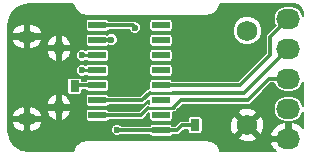
<source format=gbl>
G04 #@! TF.FileFunction,Copper,L2,Bot,Signal*
%FSLAX46Y46*%
G04 Gerber Fmt 4.6, Leading zero omitted, Abs format (unit mm)*
G04 Created by KiCad (PCBNEW 4.0.2+dfsg1-stable) date su 16. lokakuuta 2016 16.05.07*
%MOMM*%
G01*
G04 APERTURE LIST*
%ADD10C,0.100000*%
%ADD11C,0.400000*%
%ADD12R,1.500000X0.600000*%
%ADD13O,2.032000X1.727200*%
%ADD14O,0.950000X1.250000*%
%ADD15O,1.550000X1.000000*%
%ADD16C,1.727200*%
%ADD17R,0.800000X1.000000*%
%ADD18C,0.600000*%
%ADD19C,0.300000*%
%ADD20C,0.250000*%
%ADD21C,0.152400*%
G04 APERTURE END LIST*
D10*
D11*
X118500000Y-83000000D03*
D12*
X122800000Y-87945000D03*
X122800000Y-86675000D03*
X122800000Y-85405000D03*
X122800000Y-84135000D03*
X122800000Y-82865000D03*
X122800000Y-81595000D03*
X122800000Y-80325000D03*
X122800000Y-79055000D03*
X128200000Y-79055000D03*
X128200000Y-80325000D03*
X128200000Y-81595000D03*
X128200000Y-82865000D03*
X128200000Y-84135000D03*
X128200000Y-85405000D03*
X128200000Y-86675000D03*
X128200000Y-87945000D03*
D11*
X125500000Y-80000000D03*
X123960000Y-87270000D03*
X123960000Y-86127000D03*
D13*
X139000000Y-78500000D03*
X139000000Y-81040000D03*
X139000000Y-83580000D03*
X139000000Y-86120000D03*
X139000000Y-88660000D03*
D14*
X119562540Y-80999100D03*
X119562540Y-85999100D03*
D15*
X116862540Y-79999100D03*
X116862540Y-86999100D03*
D16*
X135500000Y-87500000D03*
D17*
X131100000Y-87500000D03*
X132900000Y-87500000D03*
X119100000Y-84200000D03*
X120900000Y-84200000D03*
D16*
X135500000Y-79500000D03*
D18*
X124500000Y-87905000D03*
X121530000Y-81595000D03*
X121530000Y-82865000D03*
X124000000Y-80250000D03*
X126000000Y-79250000D03*
D19*
X128200000Y-87945000D02*
X129555000Y-87945000D01*
X130000000Y-87500000D02*
X131000000Y-87500000D01*
X129555000Y-87945000D02*
X130000000Y-87500000D01*
X124540000Y-87945000D02*
X124500000Y-87905000D01*
X128200000Y-87945000D02*
X124540000Y-87945000D01*
X128255000Y-88000000D02*
X128200000Y-87945000D01*
D20*
X122800000Y-81595000D02*
X121530000Y-81595000D01*
X122800000Y-82865000D02*
X121530000Y-82865000D01*
D19*
X122800000Y-84135000D02*
X121065000Y-84135000D01*
X121065000Y-84135000D02*
X121000000Y-84200000D01*
X139000000Y-83580000D02*
X137391000Y-83580000D01*
X129885000Y-85405000D02*
X129250000Y-86040000D01*
X135566000Y-85405000D02*
X129885000Y-85405000D01*
X137391000Y-83580000D02*
X135566000Y-85405000D01*
X122800000Y-86675000D02*
X126483000Y-86675000D01*
D20*
X127118000Y-86040000D02*
X129250000Y-86040000D01*
X129250000Y-86040000D02*
X129277000Y-86040000D01*
D19*
X126483000Y-86675000D02*
X127118000Y-86040000D01*
X138710000Y-81040000D02*
X138750000Y-81040000D01*
X133900000Y-84770000D02*
X135270000Y-84770000D01*
X135270000Y-84770000D02*
X139000000Y-81040000D01*
X129250000Y-84770000D02*
X133900000Y-84770000D01*
X133900000Y-84770000D02*
X133980000Y-84770000D01*
X122800000Y-85405000D02*
X126610000Y-85405000D01*
D20*
X127245000Y-84770000D02*
X129250000Y-84770000D01*
X129250000Y-84770000D02*
X129277000Y-84770000D01*
D19*
X126610000Y-85405000D02*
X127245000Y-84770000D01*
X137450000Y-81550000D02*
X134865000Y-84135000D01*
X137450000Y-80050000D02*
X137450000Y-81550000D01*
X133600000Y-84135000D02*
X134865000Y-84135000D01*
X137450000Y-80050000D02*
X139000000Y-78500000D01*
X132750000Y-84135000D02*
X133600000Y-84135000D01*
X133600000Y-84135000D02*
X133615000Y-84135000D01*
X128200000Y-84135000D02*
X132750000Y-84135000D01*
X122800000Y-80325000D02*
X123925000Y-80325000D01*
X123925000Y-80325000D02*
X124000000Y-80250000D01*
X122800000Y-79055000D02*
X125805000Y-79055000D01*
X125805000Y-79055000D02*
X126000000Y-79250000D01*
D21*
G36*
X120802873Y-77437035D02*
X120844472Y-77537465D01*
X120844475Y-77537468D01*
X121061245Y-77861889D01*
X121138111Y-77938755D01*
X121138115Y-77938757D01*
X121462532Y-78155525D01*
X121462535Y-78155528D01*
X121562965Y-78197127D01*
X121945648Y-78273247D01*
X121973088Y-78273247D01*
X122000000Y-78278600D01*
X132000000Y-78278600D01*
X132026912Y-78273247D01*
X132054352Y-78273247D01*
X132437035Y-78197127D01*
X132537465Y-78155528D01*
X132537468Y-78155525D01*
X132861889Y-77938755D01*
X132938755Y-77861889D01*
X132938757Y-77861885D01*
X133155525Y-77537468D01*
X133155528Y-77537465D01*
X133197127Y-77437035D01*
X133228642Y-77278600D01*
X139472559Y-77278600D01*
X139773980Y-77338556D01*
X140006248Y-77493752D01*
X140161444Y-77726022D01*
X140221400Y-78027441D01*
X140221400Y-78260785D01*
X140185844Y-78082033D01*
X139949085Y-77727698D01*
X139594750Y-77490939D01*
X139176783Y-77407800D01*
X138823217Y-77407800D01*
X138405250Y-77490939D01*
X138050915Y-77727698D01*
X137814156Y-78082033D01*
X137731017Y-78500000D01*
X137814156Y-78917967D01*
X137907264Y-79057314D01*
X137182289Y-79782289D01*
X137100219Y-79905116D01*
X137071399Y-80050000D01*
X137071400Y-80050005D01*
X137071400Y-81393178D01*
X134708178Y-83756400D01*
X129168288Y-83756400D01*
X129167138Y-83750286D01*
X129117072Y-83672482D01*
X129040680Y-83620285D01*
X128950000Y-83601922D01*
X127450000Y-83601922D01*
X127365286Y-83617862D01*
X127287482Y-83667928D01*
X127235285Y-83744320D01*
X127216922Y-83835000D01*
X127216922Y-84396984D01*
X127100116Y-84420219D01*
X126977290Y-84502289D01*
X126453178Y-85026400D01*
X123768288Y-85026400D01*
X123767138Y-85020286D01*
X123717072Y-84942482D01*
X123640680Y-84890285D01*
X123550000Y-84871922D01*
X122050000Y-84871922D01*
X121965286Y-84887862D01*
X121887482Y-84937928D01*
X121835285Y-85014320D01*
X121816922Y-85105000D01*
X121816922Y-85705000D01*
X121832862Y-85789714D01*
X121882928Y-85867518D01*
X121959320Y-85919715D01*
X122050000Y-85938078D01*
X123550000Y-85938078D01*
X123634714Y-85922138D01*
X123712518Y-85872072D01*
X123764715Y-85795680D01*
X123767161Y-85783600D01*
X126609995Y-85783600D01*
X126610000Y-85783601D01*
X126754884Y-85754781D01*
X126877711Y-85672711D01*
X127216922Y-85333499D01*
X127216922Y-85681076D01*
X127118000Y-85661399D01*
X126973116Y-85690219D01*
X126850290Y-85772289D01*
X126326178Y-86296400D01*
X123768288Y-86296400D01*
X123767138Y-86290286D01*
X123717072Y-86212482D01*
X123640680Y-86160285D01*
X123550000Y-86141922D01*
X122050000Y-86141922D01*
X121965286Y-86157862D01*
X121887482Y-86207928D01*
X121835285Y-86284320D01*
X121816922Y-86375000D01*
X121816922Y-86975000D01*
X121832862Y-87059714D01*
X121882928Y-87137518D01*
X121959320Y-87189715D01*
X122050000Y-87208078D01*
X123550000Y-87208078D01*
X123634714Y-87192138D01*
X123712518Y-87142072D01*
X123764715Y-87065680D01*
X123767161Y-87053600D01*
X126482995Y-87053600D01*
X126483000Y-87053601D01*
X126627884Y-87024781D01*
X126750711Y-86942711D01*
X127216922Y-86476499D01*
X127216922Y-86975000D01*
X127232862Y-87059714D01*
X127282928Y-87137518D01*
X127359320Y-87189715D01*
X127450000Y-87208078D01*
X128950000Y-87208078D01*
X129034714Y-87192138D01*
X129112518Y-87142072D01*
X129164715Y-87065680D01*
X129183078Y-86975000D01*
X129183078Y-86442185D01*
X134693632Y-86442185D01*
X135500000Y-87248553D01*
X136306368Y-86442185D01*
X136217507Y-86209944D01*
X135669207Y-86033566D01*
X135095147Y-86080439D01*
X134782493Y-86209944D01*
X134693632Y-86442185D01*
X129183078Y-86442185D01*
X129183078Y-86405289D01*
X129250000Y-86418601D01*
X129394884Y-86389781D01*
X129517711Y-86307711D01*
X130041821Y-85783600D01*
X135565995Y-85783600D01*
X135566000Y-85783601D01*
X135710884Y-85754781D01*
X135833711Y-85672711D01*
X137547821Y-83958600D01*
X137806325Y-83958600D01*
X137814156Y-83997967D01*
X138050915Y-84352302D01*
X138405250Y-84589061D01*
X138823217Y-84672200D01*
X139176783Y-84672200D01*
X139594750Y-84589061D01*
X139949085Y-84352302D01*
X140185844Y-83997967D01*
X140221400Y-83819215D01*
X140221400Y-85880785D01*
X140185844Y-85702033D01*
X139949085Y-85347698D01*
X139594750Y-85110939D01*
X139176783Y-85027800D01*
X138823217Y-85027800D01*
X138405250Y-85110939D01*
X138050915Y-85347698D01*
X137814156Y-85702033D01*
X137731017Y-86120000D01*
X137814156Y-86537967D01*
X138050915Y-86892302D01*
X138405250Y-87129061D01*
X138823217Y-87212200D01*
X139176783Y-87212200D01*
X139594750Y-87129061D01*
X139949085Y-86892302D01*
X140185844Y-86537967D01*
X140221400Y-86359215D01*
X140221400Y-87719435D01*
X139929716Y-87440148D01*
X139403729Y-87235538D01*
X139177800Y-87359809D01*
X139177800Y-88482200D01*
X139197800Y-88482200D01*
X139197800Y-88837800D01*
X139177800Y-88837800D01*
X139177800Y-88857800D01*
X138822200Y-88857800D01*
X138822200Y-88837800D01*
X137558050Y-88837800D01*
X137456263Y-89060382D01*
X137662637Y-89489530D01*
X137904799Y-89721400D01*
X133228642Y-89721400D01*
X133197127Y-89562965D01*
X133155528Y-89462535D01*
X133155525Y-89462532D01*
X132938757Y-89138115D01*
X132938755Y-89138111D01*
X132861889Y-89061245D01*
X132537468Y-88844475D01*
X132537465Y-88844472D01*
X132437035Y-88802873D01*
X132054352Y-88726753D01*
X132026912Y-88726753D01*
X132000000Y-88721400D01*
X122000000Y-88721400D01*
X121973088Y-88726753D01*
X121945648Y-88726753D01*
X121562965Y-88802873D01*
X121462535Y-88844472D01*
X121462532Y-88844475D01*
X121138115Y-89061243D01*
X121138111Y-89061245D01*
X121061245Y-89138111D01*
X120844475Y-89462532D01*
X120844472Y-89462535D01*
X120802873Y-89562965D01*
X120771358Y-89721400D01*
X117027441Y-89721400D01*
X116343337Y-89585323D01*
X115786644Y-89213353D01*
X115414677Y-88656662D01*
X115395016Y-88557815D01*
X134693632Y-88557815D01*
X134782493Y-88790056D01*
X135330793Y-88966434D01*
X135904853Y-88919561D01*
X136217507Y-88790056D01*
X136306368Y-88557815D01*
X135500000Y-87751447D01*
X134693632Y-88557815D01*
X115395016Y-88557815D01*
X115278600Y-87972559D01*
X115278600Y-87342021D01*
X115559000Y-87342021D01*
X115761121Y-87719674D01*
X116099780Y-87981081D01*
X116512696Y-88092990D01*
X116684740Y-87945181D01*
X116684740Y-87176900D01*
X117040340Y-87176900D01*
X117040340Y-87945181D01*
X117212384Y-88092990D01*
X117519762Y-88009684D01*
X123971308Y-88009684D01*
X124051613Y-88204037D01*
X124200181Y-88352864D01*
X124394394Y-88433508D01*
X124604684Y-88433692D01*
X124799037Y-88353387D01*
X124828876Y-88323600D01*
X127231712Y-88323600D01*
X127232862Y-88329714D01*
X127282928Y-88407518D01*
X127359320Y-88459715D01*
X127450000Y-88478078D01*
X128950000Y-88478078D01*
X129034714Y-88462138D01*
X129112518Y-88412072D01*
X129164715Y-88335680D01*
X129167161Y-88323600D01*
X129554995Y-88323600D01*
X129555000Y-88323601D01*
X129699884Y-88294781D01*
X129822711Y-88212711D01*
X130156822Y-87878600D01*
X130466922Y-87878600D01*
X130466922Y-88000000D01*
X130482862Y-88084714D01*
X130532928Y-88162518D01*
X130609320Y-88214715D01*
X130700000Y-88233078D01*
X131500000Y-88233078D01*
X131584714Y-88217138D01*
X131662518Y-88167072D01*
X131714715Y-88090680D01*
X131733078Y-88000000D01*
X131733078Y-87330793D01*
X134033566Y-87330793D01*
X134080439Y-87904853D01*
X134209944Y-88217507D01*
X134442185Y-88306368D01*
X135248553Y-87500000D01*
X135751447Y-87500000D01*
X136557815Y-88306368D01*
X136679997Y-88259618D01*
X137456263Y-88259618D01*
X137558050Y-88482200D01*
X138822200Y-88482200D01*
X138822200Y-87359809D01*
X138596271Y-87235538D01*
X138070284Y-87440148D01*
X137662637Y-87830470D01*
X137456263Y-88259618D01*
X136679997Y-88259618D01*
X136790056Y-88217507D01*
X136966434Y-87669207D01*
X136919561Y-87095147D01*
X136790056Y-86782493D01*
X136557815Y-86693632D01*
X135751447Y-87500000D01*
X135248553Y-87500000D01*
X134442185Y-86693632D01*
X134209944Y-86782493D01*
X134033566Y-87330793D01*
X131733078Y-87330793D01*
X131733078Y-87000000D01*
X131717138Y-86915286D01*
X131667072Y-86837482D01*
X131590680Y-86785285D01*
X131500000Y-86766922D01*
X130700000Y-86766922D01*
X130615286Y-86782862D01*
X130537482Y-86832928D01*
X130485285Y-86909320D01*
X130466922Y-87000000D01*
X130466922Y-87121400D01*
X130000005Y-87121400D01*
X130000000Y-87121399D01*
X129855116Y-87150219D01*
X129732289Y-87232289D01*
X129398178Y-87566400D01*
X129168288Y-87566400D01*
X129167138Y-87560286D01*
X129117072Y-87482482D01*
X129040680Y-87430285D01*
X128950000Y-87411922D01*
X127450000Y-87411922D01*
X127365286Y-87427862D01*
X127287482Y-87477928D01*
X127235285Y-87554320D01*
X127232839Y-87566400D01*
X124908893Y-87566400D01*
X124799819Y-87457136D01*
X124605606Y-87376492D01*
X124395316Y-87376308D01*
X124200963Y-87456613D01*
X124052136Y-87605181D01*
X123971492Y-87799394D01*
X123971308Y-88009684D01*
X117519762Y-88009684D01*
X117625300Y-87981081D01*
X117963959Y-87719674D01*
X118166080Y-87342021D01*
X118058687Y-87176900D01*
X117040340Y-87176900D01*
X116684740Y-87176900D01*
X115666393Y-87176900D01*
X115559000Y-87342021D01*
X115278600Y-87342021D01*
X115278600Y-86656179D01*
X115559000Y-86656179D01*
X115666393Y-86821300D01*
X116684740Y-86821300D01*
X116684740Y-86053019D01*
X117040340Y-86053019D01*
X117040340Y-86821300D01*
X118058687Y-86821300D01*
X118166080Y-86656179D01*
X117997871Y-86341888D01*
X118523034Y-86341888D01*
X118675938Y-86725015D01*
X118963820Y-87020464D01*
X119223585Y-87152600D01*
X119384740Y-87044773D01*
X119384740Y-86176900D01*
X119740340Y-86176900D01*
X119740340Y-87044773D01*
X119901495Y-87152600D01*
X120161260Y-87020464D01*
X120449142Y-86725015D01*
X120602046Y-86341888D01*
X120473357Y-86176900D01*
X119740340Y-86176900D01*
X119384740Y-86176900D01*
X118651723Y-86176900D01*
X118523034Y-86341888D01*
X117997871Y-86341888D01*
X117963959Y-86278526D01*
X117625300Y-86017119D01*
X117212384Y-85905210D01*
X117040340Y-86053019D01*
X116684740Y-86053019D01*
X116512696Y-85905210D01*
X116099780Y-86017119D01*
X115761121Y-86278526D01*
X115559000Y-86656179D01*
X115278600Y-86656179D01*
X115278600Y-85656312D01*
X118523034Y-85656312D01*
X118651723Y-85821300D01*
X119384740Y-85821300D01*
X119384740Y-84953427D01*
X119740340Y-84953427D01*
X119740340Y-85821300D01*
X120473357Y-85821300D01*
X120602046Y-85656312D01*
X120449142Y-85273185D01*
X120161260Y-84977736D01*
X119901495Y-84845600D01*
X119740340Y-84953427D01*
X119384740Y-84953427D01*
X119223585Y-84845600D01*
X118963820Y-84977736D01*
X118675938Y-85273185D01*
X118523034Y-85656312D01*
X115278600Y-85656312D01*
X115278600Y-83700000D01*
X120266922Y-83700000D01*
X120266922Y-84700000D01*
X120282862Y-84784714D01*
X120332928Y-84862518D01*
X120409320Y-84914715D01*
X120500000Y-84933078D01*
X121300000Y-84933078D01*
X121384714Y-84917138D01*
X121462518Y-84867072D01*
X121514715Y-84790680D01*
X121533078Y-84700000D01*
X121533078Y-84513600D01*
X121831712Y-84513600D01*
X121832862Y-84519714D01*
X121882928Y-84597518D01*
X121959320Y-84649715D01*
X122050000Y-84668078D01*
X123550000Y-84668078D01*
X123634714Y-84652138D01*
X123712518Y-84602072D01*
X123764715Y-84525680D01*
X123783078Y-84435000D01*
X123783078Y-83835000D01*
X123767138Y-83750286D01*
X123717072Y-83672482D01*
X123640680Y-83620285D01*
X123550000Y-83601922D01*
X122050000Y-83601922D01*
X121965286Y-83617862D01*
X121887482Y-83667928D01*
X121835285Y-83744320D01*
X121832839Y-83756400D01*
X121533078Y-83756400D01*
X121533078Y-83700000D01*
X121517138Y-83615286D01*
X121467072Y-83537482D01*
X121390680Y-83485285D01*
X121300000Y-83466922D01*
X120500000Y-83466922D01*
X120415286Y-83482862D01*
X120337482Y-83532928D01*
X120285285Y-83609320D01*
X120266922Y-83700000D01*
X115278600Y-83700000D01*
X115278600Y-82969684D01*
X121001308Y-82969684D01*
X121081613Y-83164037D01*
X121230181Y-83312864D01*
X121424394Y-83393508D01*
X121634684Y-83393692D01*
X121829037Y-83313387D01*
X121856313Y-83286158D01*
X121882928Y-83327518D01*
X121959320Y-83379715D01*
X122050000Y-83398078D01*
X123550000Y-83398078D01*
X123634714Y-83382138D01*
X123712518Y-83332072D01*
X123764715Y-83255680D01*
X123783078Y-83165000D01*
X123783078Y-82565000D01*
X127216922Y-82565000D01*
X127216922Y-83165000D01*
X127232862Y-83249714D01*
X127282928Y-83327518D01*
X127359320Y-83379715D01*
X127450000Y-83398078D01*
X128950000Y-83398078D01*
X129034714Y-83382138D01*
X129112518Y-83332072D01*
X129164715Y-83255680D01*
X129183078Y-83165000D01*
X129183078Y-82565000D01*
X129167138Y-82480286D01*
X129117072Y-82402482D01*
X129040680Y-82350285D01*
X128950000Y-82331922D01*
X127450000Y-82331922D01*
X127365286Y-82347862D01*
X127287482Y-82397928D01*
X127235285Y-82474320D01*
X127216922Y-82565000D01*
X123783078Y-82565000D01*
X123767138Y-82480286D01*
X123717072Y-82402482D01*
X123640680Y-82350285D01*
X123550000Y-82331922D01*
X122050000Y-82331922D01*
X121965286Y-82347862D01*
X121887482Y-82397928D01*
X121856260Y-82443623D01*
X121829819Y-82417136D01*
X121635606Y-82336492D01*
X121425316Y-82336308D01*
X121230963Y-82416613D01*
X121082136Y-82565181D01*
X121001492Y-82759394D01*
X121001308Y-82969684D01*
X115278600Y-82969684D01*
X115278600Y-81341888D01*
X118523034Y-81341888D01*
X118675938Y-81725015D01*
X118963820Y-82020464D01*
X119223585Y-82152600D01*
X119384740Y-82044773D01*
X119384740Y-81176900D01*
X119740340Y-81176900D01*
X119740340Y-82044773D01*
X119901495Y-82152600D01*
X120161260Y-82020464D01*
X120449142Y-81725015D01*
X120459251Y-81699684D01*
X121001308Y-81699684D01*
X121081613Y-81894037D01*
X121230181Y-82042864D01*
X121424394Y-82123508D01*
X121634684Y-82123692D01*
X121829037Y-82043387D01*
X121856313Y-82016158D01*
X121882928Y-82057518D01*
X121959320Y-82109715D01*
X122050000Y-82128078D01*
X123550000Y-82128078D01*
X123634714Y-82112138D01*
X123712518Y-82062072D01*
X123764715Y-81985680D01*
X123783078Y-81895000D01*
X123783078Y-81295000D01*
X127216922Y-81295000D01*
X127216922Y-81895000D01*
X127232862Y-81979714D01*
X127282928Y-82057518D01*
X127359320Y-82109715D01*
X127450000Y-82128078D01*
X128950000Y-82128078D01*
X129034714Y-82112138D01*
X129112518Y-82062072D01*
X129164715Y-81985680D01*
X129183078Y-81895000D01*
X129183078Y-81295000D01*
X129167138Y-81210286D01*
X129117072Y-81132482D01*
X129040680Y-81080285D01*
X128950000Y-81061922D01*
X127450000Y-81061922D01*
X127365286Y-81077862D01*
X127287482Y-81127928D01*
X127235285Y-81204320D01*
X127216922Y-81295000D01*
X123783078Y-81295000D01*
X123767138Y-81210286D01*
X123717072Y-81132482D01*
X123640680Y-81080285D01*
X123550000Y-81061922D01*
X122050000Y-81061922D01*
X121965286Y-81077862D01*
X121887482Y-81127928D01*
X121856260Y-81173623D01*
X121829819Y-81147136D01*
X121635606Y-81066492D01*
X121425316Y-81066308D01*
X121230963Y-81146613D01*
X121082136Y-81295181D01*
X121001492Y-81489394D01*
X121001308Y-81699684D01*
X120459251Y-81699684D01*
X120602046Y-81341888D01*
X120473357Y-81176900D01*
X119740340Y-81176900D01*
X119384740Y-81176900D01*
X118651723Y-81176900D01*
X118523034Y-81341888D01*
X115278600Y-81341888D01*
X115278600Y-80342021D01*
X115559000Y-80342021D01*
X115761121Y-80719674D01*
X116099780Y-80981081D01*
X116512696Y-81092990D01*
X116684740Y-80945181D01*
X116684740Y-80176900D01*
X117040340Y-80176900D01*
X117040340Y-80945181D01*
X117212384Y-81092990D01*
X117625300Y-80981081D01*
X117963959Y-80719674D01*
X117997870Y-80656312D01*
X118523034Y-80656312D01*
X118651723Y-80821300D01*
X119384740Y-80821300D01*
X119384740Y-79953427D01*
X119740340Y-79953427D01*
X119740340Y-80821300D01*
X120473357Y-80821300D01*
X120602046Y-80656312D01*
X120449142Y-80273185D01*
X120207314Y-80025000D01*
X121816922Y-80025000D01*
X121816922Y-80625000D01*
X121832862Y-80709714D01*
X121882928Y-80787518D01*
X121959320Y-80839715D01*
X122050000Y-80858078D01*
X123550000Y-80858078D01*
X123634714Y-80842138D01*
X123712518Y-80792072D01*
X123759935Y-80722676D01*
X123894394Y-80778508D01*
X124104684Y-80778692D01*
X124299037Y-80698387D01*
X124447864Y-80549819D01*
X124528508Y-80355606D01*
X124528692Y-80145316D01*
X124478979Y-80025000D01*
X127216922Y-80025000D01*
X127216922Y-80625000D01*
X127232862Y-80709714D01*
X127282928Y-80787518D01*
X127359320Y-80839715D01*
X127450000Y-80858078D01*
X128950000Y-80858078D01*
X129034714Y-80842138D01*
X129112518Y-80792072D01*
X129164715Y-80715680D01*
X129183078Y-80625000D01*
X129183078Y-80025000D01*
X129167138Y-79940286D01*
X129117072Y-79862482D01*
X129040680Y-79810285D01*
X128950000Y-79791922D01*
X127450000Y-79791922D01*
X127365286Y-79807862D01*
X127287482Y-79857928D01*
X127235285Y-79934320D01*
X127216922Y-80025000D01*
X124478979Y-80025000D01*
X124448387Y-79950963D01*
X124299819Y-79802136D01*
X124105606Y-79721492D01*
X123895316Y-79721308D01*
X123700963Y-79801613D01*
X123671310Y-79831214D01*
X123640680Y-79810285D01*
X123550000Y-79791922D01*
X122050000Y-79791922D01*
X121965286Y-79807862D01*
X121887482Y-79857928D01*
X121835285Y-79934320D01*
X121816922Y-80025000D01*
X120207314Y-80025000D01*
X120161260Y-79977736D01*
X119901495Y-79845600D01*
X119740340Y-79953427D01*
X119384740Y-79953427D01*
X119223585Y-79845600D01*
X118963820Y-79977736D01*
X118675938Y-80273185D01*
X118523034Y-80656312D01*
X117997870Y-80656312D01*
X118166080Y-80342021D01*
X118058687Y-80176900D01*
X117040340Y-80176900D01*
X116684740Y-80176900D01*
X115666393Y-80176900D01*
X115559000Y-80342021D01*
X115278600Y-80342021D01*
X115278600Y-79656179D01*
X115559000Y-79656179D01*
X115666393Y-79821300D01*
X116684740Y-79821300D01*
X116684740Y-79053019D01*
X117040340Y-79053019D01*
X117040340Y-79821300D01*
X118058687Y-79821300D01*
X118166080Y-79656179D01*
X117963959Y-79278526D01*
X117625300Y-79017119D01*
X117212384Y-78905210D01*
X117040340Y-79053019D01*
X116684740Y-79053019D01*
X116512696Y-78905210D01*
X116099780Y-79017119D01*
X115761121Y-79278526D01*
X115559000Y-79656179D01*
X115278600Y-79656179D01*
X115278600Y-79027441D01*
X115332792Y-78755000D01*
X121816922Y-78755000D01*
X121816922Y-79355000D01*
X121832862Y-79439714D01*
X121882928Y-79517518D01*
X121959320Y-79569715D01*
X122050000Y-79588078D01*
X123550000Y-79588078D01*
X123634714Y-79572138D01*
X123712518Y-79522072D01*
X123764715Y-79445680D01*
X123767161Y-79433600D01*
X125503915Y-79433600D01*
X125551613Y-79549037D01*
X125700181Y-79697864D01*
X125894394Y-79778508D01*
X126104684Y-79778692D01*
X126184942Y-79745530D01*
X134259985Y-79745530D01*
X134448336Y-80201373D01*
X134796793Y-80550438D01*
X135252307Y-80739584D01*
X135745530Y-80740015D01*
X136201373Y-80551664D01*
X136550438Y-80203207D01*
X136739584Y-79747693D01*
X136740015Y-79254470D01*
X136551664Y-78798627D01*
X136203207Y-78449562D01*
X135747693Y-78260416D01*
X135254470Y-78259985D01*
X134798627Y-78448336D01*
X134449562Y-78796793D01*
X134260416Y-79252307D01*
X134259985Y-79745530D01*
X126184942Y-79745530D01*
X126299037Y-79698387D01*
X126447864Y-79549819D01*
X126528508Y-79355606D01*
X126528692Y-79145316D01*
X126448387Y-78950963D01*
X126299819Y-78802136D01*
X126186303Y-78755000D01*
X127216922Y-78755000D01*
X127216922Y-79355000D01*
X127232862Y-79439714D01*
X127282928Y-79517518D01*
X127359320Y-79569715D01*
X127450000Y-79588078D01*
X128950000Y-79588078D01*
X129034714Y-79572138D01*
X129112518Y-79522072D01*
X129164715Y-79445680D01*
X129183078Y-79355000D01*
X129183078Y-78755000D01*
X129167138Y-78670286D01*
X129117072Y-78592482D01*
X129040680Y-78540285D01*
X128950000Y-78521922D01*
X127450000Y-78521922D01*
X127365286Y-78537862D01*
X127287482Y-78587928D01*
X127235285Y-78664320D01*
X127216922Y-78755000D01*
X126186303Y-78755000D01*
X126105606Y-78721492D01*
X125974066Y-78721377D01*
X125949884Y-78705219D01*
X125805000Y-78676399D01*
X125804995Y-78676400D01*
X123768288Y-78676400D01*
X123767138Y-78670286D01*
X123717072Y-78592482D01*
X123640680Y-78540285D01*
X123550000Y-78521922D01*
X122050000Y-78521922D01*
X121965286Y-78537862D01*
X121887482Y-78587928D01*
X121835285Y-78664320D01*
X121816922Y-78755000D01*
X115332792Y-78755000D01*
X115414677Y-78343338D01*
X115786644Y-77786647D01*
X116343337Y-77414677D01*
X117027441Y-77278600D01*
X120771358Y-77278600D01*
X120802873Y-77437035D01*
X120802873Y-77437035D01*
G37*
X120802873Y-77437035D02*
X120844472Y-77537465D01*
X120844475Y-77537468D01*
X121061245Y-77861889D01*
X121138111Y-77938755D01*
X121138115Y-77938757D01*
X121462532Y-78155525D01*
X121462535Y-78155528D01*
X121562965Y-78197127D01*
X121945648Y-78273247D01*
X121973088Y-78273247D01*
X122000000Y-78278600D01*
X132000000Y-78278600D01*
X132026912Y-78273247D01*
X132054352Y-78273247D01*
X132437035Y-78197127D01*
X132537465Y-78155528D01*
X132537468Y-78155525D01*
X132861889Y-77938755D01*
X132938755Y-77861889D01*
X132938757Y-77861885D01*
X133155525Y-77537468D01*
X133155528Y-77537465D01*
X133197127Y-77437035D01*
X133228642Y-77278600D01*
X139472559Y-77278600D01*
X139773980Y-77338556D01*
X140006248Y-77493752D01*
X140161444Y-77726022D01*
X140221400Y-78027441D01*
X140221400Y-78260785D01*
X140185844Y-78082033D01*
X139949085Y-77727698D01*
X139594750Y-77490939D01*
X139176783Y-77407800D01*
X138823217Y-77407800D01*
X138405250Y-77490939D01*
X138050915Y-77727698D01*
X137814156Y-78082033D01*
X137731017Y-78500000D01*
X137814156Y-78917967D01*
X137907264Y-79057314D01*
X137182289Y-79782289D01*
X137100219Y-79905116D01*
X137071399Y-80050000D01*
X137071400Y-80050005D01*
X137071400Y-81393178D01*
X134708178Y-83756400D01*
X129168288Y-83756400D01*
X129167138Y-83750286D01*
X129117072Y-83672482D01*
X129040680Y-83620285D01*
X128950000Y-83601922D01*
X127450000Y-83601922D01*
X127365286Y-83617862D01*
X127287482Y-83667928D01*
X127235285Y-83744320D01*
X127216922Y-83835000D01*
X127216922Y-84396984D01*
X127100116Y-84420219D01*
X126977290Y-84502289D01*
X126453178Y-85026400D01*
X123768288Y-85026400D01*
X123767138Y-85020286D01*
X123717072Y-84942482D01*
X123640680Y-84890285D01*
X123550000Y-84871922D01*
X122050000Y-84871922D01*
X121965286Y-84887862D01*
X121887482Y-84937928D01*
X121835285Y-85014320D01*
X121816922Y-85105000D01*
X121816922Y-85705000D01*
X121832862Y-85789714D01*
X121882928Y-85867518D01*
X121959320Y-85919715D01*
X122050000Y-85938078D01*
X123550000Y-85938078D01*
X123634714Y-85922138D01*
X123712518Y-85872072D01*
X123764715Y-85795680D01*
X123767161Y-85783600D01*
X126609995Y-85783600D01*
X126610000Y-85783601D01*
X126754884Y-85754781D01*
X126877711Y-85672711D01*
X127216922Y-85333499D01*
X127216922Y-85681076D01*
X127118000Y-85661399D01*
X126973116Y-85690219D01*
X126850290Y-85772289D01*
X126326178Y-86296400D01*
X123768288Y-86296400D01*
X123767138Y-86290286D01*
X123717072Y-86212482D01*
X123640680Y-86160285D01*
X123550000Y-86141922D01*
X122050000Y-86141922D01*
X121965286Y-86157862D01*
X121887482Y-86207928D01*
X121835285Y-86284320D01*
X121816922Y-86375000D01*
X121816922Y-86975000D01*
X121832862Y-87059714D01*
X121882928Y-87137518D01*
X121959320Y-87189715D01*
X122050000Y-87208078D01*
X123550000Y-87208078D01*
X123634714Y-87192138D01*
X123712518Y-87142072D01*
X123764715Y-87065680D01*
X123767161Y-87053600D01*
X126482995Y-87053600D01*
X126483000Y-87053601D01*
X126627884Y-87024781D01*
X126750711Y-86942711D01*
X127216922Y-86476499D01*
X127216922Y-86975000D01*
X127232862Y-87059714D01*
X127282928Y-87137518D01*
X127359320Y-87189715D01*
X127450000Y-87208078D01*
X128950000Y-87208078D01*
X129034714Y-87192138D01*
X129112518Y-87142072D01*
X129164715Y-87065680D01*
X129183078Y-86975000D01*
X129183078Y-86442185D01*
X134693632Y-86442185D01*
X135500000Y-87248553D01*
X136306368Y-86442185D01*
X136217507Y-86209944D01*
X135669207Y-86033566D01*
X135095147Y-86080439D01*
X134782493Y-86209944D01*
X134693632Y-86442185D01*
X129183078Y-86442185D01*
X129183078Y-86405289D01*
X129250000Y-86418601D01*
X129394884Y-86389781D01*
X129517711Y-86307711D01*
X130041821Y-85783600D01*
X135565995Y-85783600D01*
X135566000Y-85783601D01*
X135710884Y-85754781D01*
X135833711Y-85672711D01*
X137547821Y-83958600D01*
X137806325Y-83958600D01*
X137814156Y-83997967D01*
X138050915Y-84352302D01*
X138405250Y-84589061D01*
X138823217Y-84672200D01*
X139176783Y-84672200D01*
X139594750Y-84589061D01*
X139949085Y-84352302D01*
X140185844Y-83997967D01*
X140221400Y-83819215D01*
X140221400Y-85880785D01*
X140185844Y-85702033D01*
X139949085Y-85347698D01*
X139594750Y-85110939D01*
X139176783Y-85027800D01*
X138823217Y-85027800D01*
X138405250Y-85110939D01*
X138050915Y-85347698D01*
X137814156Y-85702033D01*
X137731017Y-86120000D01*
X137814156Y-86537967D01*
X138050915Y-86892302D01*
X138405250Y-87129061D01*
X138823217Y-87212200D01*
X139176783Y-87212200D01*
X139594750Y-87129061D01*
X139949085Y-86892302D01*
X140185844Y-86537967D01*
X140221400Y-86359215D01*
X140221400Y-87719435D01*
X139929716Y-87440148D01*
X139403729Y-87235538D01*
X139177800Y-87359809D01*
X139177800Y-88482200D01*
X139197800Y-88482200D01*
X139197800Y-88837800D01*
X139177800Y-88837800D01*
X139177800Y-88857800D01*
X138822200Y-88857800D01*
X138822200Y-88837800D01*
X137558050Y-88837800D01*
X137456263Y-89060382D01*
X137662637Y-89489530D01*
X137904799Y-89721400D01*
X133228642Y-89721400D01*
X133197127Y-89562965D01*
X133155528Y-89462535D01*
X133155525Y-89462532D01*
X132938757Y-89138115D01*
X132938755Y-89138111D01*
X132861889Y-89061245D01*
X132537468Y-88844475D01*
X132537465Y-88844472D01*
X132437035Y-88802873D01*
X132054352Y-88726753D01*
X132026912Y-88726753D01*
X132000000Y-88721400D01*
X122000000Y-88721400D01*
X121973088Y-88726753D01*
X121945648Y-88726753D01*
X121562965Y-88802873D01*
X121462535Y-88844472D01*
X121462532Y-88844475D01*
X121138115Y-89061243D01*
X121138111Y-89061245D01*
X121061245Y-89138111D01*
X120844475Y-89462532D01*
X120844472Y-89462535D01*
X120802873Y-89562965D01*
X120771358Y-89721400D01*
X117027441Y-89721400D01*
X116343337Y-89585323D01*
X115786644Y-89213353D01*
X115414677Y-88656662D01*
X115395016Y-88557815D01*
X134693632Y-88557815D01*
X134782493Y-88790056D01*
X135330793Y-88966434D01*
X135904853Y-88919561D01*
X136217507Y-88790056D01*
X136306368Y-88557815D01*
X135500000Y-87751447D01*
X134693632Y-88557815D01*
X115395016Y-88557815D01*
X115278600Y-87972559D01*
X115278600Y-87342021D01*
X115559000Y-87342021D01*
X115761121Y-87719674D01*
X116099780Y-87981081D01*
X116512696Y-88092990D01*
X116684740Y-87945181D01*
X116684740Y-87176900D01*
X117040340Y-87176900D01*
X117040340Y-87945181D01*
X117212384Y-88092990D01*
X117519762Y-88009684D01*
X123971308Y-88009684D01*
X124051613Y-88204037D01*
X124200181Y-88352864D01*
X124394394Y-88433508D01*
X124604684Y-88433692D01*
X124799037Y-88353387D01*
X124828876Y-88323600D01*
X127231712Y-88323600D01*
X127232862Y-88329714D01*
X127282928Y-88407518D01*
X127359320Y-88459715D01*
X127450000Y-88478078D01*
X128950000Y-88478078D01*
X129034714Y-88462138D01*
X129112518Y-88412072D01*
X129164715Y-88335680D01*
X129167161Y-88323600D01*
X129554995Y-88323600D01*
X129555000Y-88323601D01*
X129699884Y-88294781D01*
X129822711Y-88212711D01*
X130156822Y-87878600D01*
X130466922Y-87878600D01*
X130466922Y-88000000D01*
X130482862Y-88084714D01*
X130532928Y-88162518D01*
X130609320Y-88214715D01*
X130700000Y-88233078D01*
X131500000Y-88233078D01*
X131584714Y-88217138D01*
X131662518Y-88167072D01*
X131714715Y-88090680D01*
X131733078Y-88000000D01*
X131733078Y-87330793D01*
X134033566Y-87330793D01*
X134080439Y-87904853D01*
X134209944Y-88217507D01*
X134442185Y-88306368D01*
X135248553Y-87500000D01*
X135751447Y-87500000D01*
X136557815Y-88306368D01*
X136679997Y-88259618D01*
X137456263Y-88259618D01*
X137558050Y-88482200D01*
X138822200Y-88482200D01*
X138822200Y-87359809D01*
X138596271Y-87235538D01*
X138070284Y-87440148D01*
X137662637Y-87830470D01*
X137456263Y-88259618D01*
X136679997Y-88259618D01*
X136790056Y-88217507D01*
X136966434Y-87669207D01*
X136919561Y-87095147D01*
X136790056Y-86782493D01*
X136557815Y-86693632D01*
X135751447Y-87500000D01*
X135248553Y-87500000D01*
X134442185Y-86693632D01*
X134209944Y-86782493D01*
X134033566Y-87330793D01*
X131733078Y-87330793D01*
X131733078Y-87000000D01*
X131717138Y-86915286D01*
X131667072Y-86837482D01*
X131590680Y-86785285D01*
X131500000Y-86766922D01*
X130700000Y-86766922D01*
X130615286Y-86782862D01*
X130537482Y-86832928D01*
X130485285Y-86909320D01*
X130466922Y-87000000D01*
X130466922Y-87121400D01*
X130000005Y-87121400D01*
X130000000Y-87121399D01*
X129855116Y-87150219D01*
X129732289Y-87232289D01*
X129398178Y-87566400D01*
X129168288Y-87566400D01*
X129167138Y-87560286D01*
X129117072Y-87482482D01*
X129040680Y-87430285D01*
X128950000Y-87411922D01*
X127450000Y-87411922D01*
X127365286Y-87427862D01*
X127287482Y-87477928D01*
X127235285Y-87554320D01*
X127232839Y-87566400D01*
X124908893Y-87566400D01*
X124799819Y-87457136D01*
X124605606Y-87376492D01*
X124395316Y-87376308D01*
X124200963Y-87456613D01*
X124052136Y-87605181D01*
X123971492Y-87799394D01*
X123971308Y-88009684D01*
X117519762Y-88009684D01*
X117625300Y-87981081D01*
X117963959Y-87719674D01*
X118166080Y-87342021D01*
X118058687Y-87176900D01*
X117040340Y-87176900D01*
X116684740Y-87176900D01*
X115666393Y-87176900D01*
X115559000Y-87342021D01*
X115278600Y-87342021D01*
X115278600Y-86656179D01*
X115559000Y-86656179D01*
X115666393Y-86821300D01*
X116684740Y-86821300D01*
X116684740Y-86053019D01*
X117040340Y-86053019D01*
X117040340Y-86821300D01*
X118058687Y-86821300D01*
X118166080Y-86656179D01*
X117997871Y-86341888D01*
X118523034Y-86341888D01*
X118675938Y-86725015D01*
X118963820Y-87020464D01*
X119223585Y-87152600D01*
X119384740Y-87044773D01*
X119384740Y-86176900D01*
X119740340Y-86176900D01*
X119740340Y-87044773D01*
X119901495Y-87152600D01*
X120161260Y-87020464D01*
X120449142Y-86725015D01*
X120602046Y-86341888D01*
X120473357Y-86176900D01*
X119740340Y-86176900D01*
X119384740Y-86176900D01*
X118651723Y-86176900D01*
X118523034Y-86341888D01*
X117997871Y-86341888D01*
X117963959Y-86278526D01*
X117625300Y-86017119D01*
X117212384Y-85905210D01*
X117040340Y-86053019D01*
X116684740Y-86053019D01*
X116512696Y-85905210D01*
X116099780Y-86017119D01*
X115761121Y-86278526D01*
X115559000Y-86656179D01*
X115278600Y-86656179D01*
X115278600Y-85656312D01*
X118523034Y-85656312D01*
X118651723Y-85821300D01*
X119384740Y-85821300D01*
X119384740Y-84953427D01*
X119740340Y-84953427D01*
X119740340Y-85821300D01*
X120473357Y-85821300D01*
X120602046Y-85656312D01*
X120449142Y-85273185D01*
X120161260Y-84977736D01*
X119901495Y-84845600D01*
X119740340Y-84953427D01*
X119384740Y-84953427D01*
X119223585Y-84845600D01*
X118963820Y-84977736D01*
X118675938Y-85273185D01*
X118523034Y-85656312D01*
X115278600Y-85656312D01*
X115278600Y-83700000D01*
X120266922Y-83700000D01*
X120266922Y-84700000D01*
X120282862Y-84784714D01*
X120332928Y-84862518D01*
X120409320Y-84914715D01*
X120500000Y-84933078D01*
X121300000Y-84933078D01*
X121384714Y-84917138D01*
X121462518Y-84867072D01*
X121514715Y-84790680D01*
X121533078Y-84700000D01*
X121533078Y-84513600D01*
X121831712Y-84513600D01*
X121832862Y-84519714D01*
X121882928Y-84597518D01*
X121959320Y-84649715D01*
X122050000Y-84668078D01*
X123550000Y-84668078D01*
X123634714Y-84652138D01*
X123712518Y-84602072D01*
X123764715Y-84525680D01*
X123783078Y-84435000D01*
X123783078Y-83835000D01*
X123767138Y-83750286D01*
X123717072Y-83672482D01*
X123640680Y-83620285D01*
X123550000Y-83601922D01*
X122050000Y-83601922D01*
X121965286Y-83617862D01*
X121887482Y-83667928D01*
X121835285Y-83744320D01*
X121832839Y-83756400D01*
X121533078Y-83756400D01*
X121533078Y-83700000D01*
X121517138Y-83615286D01*
X121467072Y-83537482D01*
X121390680Y-83485285D01*
X121300000Y-83466922D01*
X120500000Y-83466922D01*
X120415286Y-83482862D01*
X120337482Y-83532928D01*
X120285285Y-83609320D01*
X120266922Y-83700000D01*
X115278600Y-83700000D01*
X115278600Y-82969684D01*
X121001308Y-82969684D01*
X121081613Y-83164037D01*
X121230181Y-83312864D01*
X121424394Y-83393508D01*
X121634684Y-83393692D01*
X121829037Y-83313387D01*
X121856313Y-83286158D01*
X121882928Y-83327518D01*
X121959320Y-83379715D01*
X122050000Y-83398078D01*
X123550000Y-83398078D01*
X123634714Y-83382138D01*
X123712518Y-83332072D01*
X123764715Y-83255680D01*
X123783078Y-83165000D01*
X123783078Y-82565000D01*
X127216922Y-82565000D01*
X127216922Y-83165000D01*
X127232862Y-83249714D01*
X127282928Y-83327518D01*
X127359320Y-83379715D01*
X127450000Y-83398078D01*
X128950000Y-83398078D01*
X129034714Y-83382138D01*
X129112518Y-83332072D01*
X129164715Y-83255680D01*
X129183078Y-83165000D01*
X129183078Y-82565000D01*
X129167138Y-82480286D01*
X129117072Y-82402482D01*
X129040680Y-82350285D01*
X128950000Y-82331922D01*
X127450000Y-82331922D01*
X127365286Y-82347862D01*
X127287482Y-82397928D01*
X127235285Y-82474320D01*
X127216922Y-82565000D01*
X123783078Y-82565000D01*
X123767138Y-82480286D01*
X123717072Y-82402482D01*
X123640680Y-82350285D01*
X123550000Y-82331922D01*
X122050000Y-82331922D01*
X121965286Y-82347862D01*
X121887482Y-82397928D01*
X121856260Y-82443623D01*
X121829819Y-82417136D01*
X121635606Y-82336492D01*
X121425316Y-82336308D01*
X121230963Y-82416613D01*
X121082136Y-82565181D01*
X121001492Y-82759394D01*
X121001308Y-82969684D01*
X115278600Y-82969684D01*
X115278600Y-81341888D01*
X118523034Y-81341888D01*
X118675938Y-81725015D01*
X118963820Y-82020464D01*
X119223585Y-82152600D01*
X119384740Y-82044773D01*
X119384740Y-81176900D01*
X119740340Y-81176900D01*
X119740340Y-82044773D01*
X119901495Y-82152600D01*
X120161260Y-82020464D01*
X120449142Y-81725015D01*
X120459251Y-81699684D01*
X121001308Y-81699684D01*
X121081613Y-81894037D01*
X121230181Y-82042864D01*
X121424394Y-82123508D01*
X121634684Y-82123692D01*
X121829037Y-82043387D01*
X121856313Y-82016158D01*
X121882928Y-82057518D01*
X121959320Y-82109715D01*
X122050000Y-82128078D01*
X123550000Y-82128078D01*
X123634714Y-82112138D01*
X123712518Y-82062072D01*
X123764715Y-81985680D01*
X123783078Y-81895000D01*
X123783078Y-81295000D01*
X127216922Y-81295000D01*
X127216922Y-81895000D01*
X127232862Y-81979714D01*
X127282928Y-82057518D01*
X127359320Y-82109715D01*
X127450000Y-82128078D01*
X128950000Y-82128078D01*
X129034714Y-82112138D01*
X129112518Y-82062072D01*
X129164715Y-81985680D01*
X129183078Y-81895000D01*
X129183078Y-81295000D01*
X129167138Y-81210286D01*
X129117072Y-81132482D01*
X129040680Y-81080285D01*
X128950000Y-81061922D01*
X127450000Y-81061922D01*
X127365286Y-81077862D01*
X127287482Y-81127928D01*
X127235285Y-81204320D01*
X127216922Y-81295000D01*
X123783078Y-81295000D01*
X123767138Y-81210286D01*
X123717072Y-81132482D01*
X123640680Y-81080285D01*
X123550000Y-81061922D01*
X122050000Y-81061922D01*
X121965286Y-81077862D01*
X121887482Y-81127928D01*
X121856260Y-81173623D01*
X121829819Y-81147136D01*
X121635606Y-81066492D01*
X121425316Y-81066308D01*
X121230963Y-81146613D01*
X121082136Y-81295181D01*
X121001492Y-81489394D01*
X121001308Y-81699684D01*
X120459251Y-81699684D01*
X120602046Y-81341888D01*
X120473357Y-81176900D01*
X119740340Y-81176900D01*
X119384740Y-81176900D01*
X118651723Y-81176900D01*
X118523034Y-81341888D01*
X115278600Y-81341888D01*
X115278600Y-80342021D01*
X115559000Y-80342021D01*
X115761121Y-80719674D01*
X116099780Y-80981081D01*
X116512696Y-81092990D01*
X116684740Y-80945181D01*
X116684740Y-80176900D01*
X117040340Y-80176900D01*
X117040340Y-80945181D01*
X117212384Y-81092990D01*
X117625300Y-80981081D01*
X117963959Y-80719674D01*
X117997870Y-80656312D01*
X118523034Y-80656312D01*
X118651723Y-80821300D01*
X119384740Y-80821300D01*
X119384740Y-79953427D01*
X119740340Y-79953427D01*
X119740340Y-80821300D01*
X120473357Y-80821300D01*
X120602046Y-80656312D01*
X120449142Y-80273185D01*
X120207314Y-80025000D01*
X121816922Y-80025000D01*
X121816922Y-80625000D01*
X121832862Y-80709714D01*
X121882928Y-80787518D01*
X121959320Y-80839715D01*
X122050000Y-80858078D01*
X123550000Y-80858078D01*
X123634714Y-80842138D01*
X123712518Y-80792072D01*
X123759935Y-80722676D01*
X123894394Y-80778508D01*
X124104684Y-80778692D01*
X124299037Y-80698387D01*
X124447864Y-80549819D01*
X124528508Y-80355606D01*
X124528692Y-80145316D01*
X124478979Y-80025000D01*
X127216922Y-80025000D01*
X127216922Y-80625000D01*
X127232862Y-80709714D01*
X127282928Y-80787518D01*
X127359320Y-80839715D01*
X127450000Y-80858078D01*
X128950000Y-80858078D01*
X129034714Y-80842138D01*
X129112518Y-80792072D01*
X129164715Y-80715680D01*
X129183078Y-80625000D01*
X129183078Y-80025000D01*
X129167138Y-79940286D01*
X129117072Y-79862482D01*
X129040680Y-79810285D01*
X128950000Y-79791922D01*
X127450000Y-79791922D01*
X127365286Y-79807862D01*
X127287482Y-79857928D01*
X127235285Y-79934320D01*
X127216922Y-80025000D01*
X124478979Y-80025000D01*
X124448387Y-79950963D01*
X124299819Y-79802136D01*
X124105606Y-79721492D01*
X123895316Y-79721308D01*
X123700963Y-79801613D01*
X123671310Y-79831214D01*
X123640680Y-79810285D01*
X123550000Y-79791922D01*
X122050000Y-79791922D01*
X121965286Y-79807862D01*
X121887482Y-79857928D01*
X121835285Y-79934320D01*
X121816922Y-80025000D01*
X120207314Y-80025000D01*
X120161260Y-79977736D01*
X119901495Y-79845600D01*
X119740340Y-79953427D01*
X119384740Y-79953427D01*
X119223585Y-79845600D01*
X118963820Y-79977736D01*
X118675938Y-80273185D01*
X118523034Y-80656312D01*
X117997870Y-80656312D01*
X118166080Y-80342021D01*
X118058687Y-80176900D01*
X117040340Y-80176900D01*
X116684740Y-80176900D01*
X115666393Y-80176900D01*
X115559000Y-80342021D01*
X115278600Y-80342021D01*
X115278600Y-79656179D01*
X115559000Y-79656179D01*
X115666393Y-79821300D01*
X116684740Y-79821300D01*
X116684740Y-79053019D01*
X117040340Y-79053019D01*
X117040340Y-79821300D01*
X118058687Y-79821300D01*
X118166080Y-79656179D01*
X117963959Y-79278526D01*
X117625300Y-79017119D01*
X117212384Y-78905210D01*
X117040340Y-79053019D01*
X116684740Y-79053019D01*
X116512696Y-78905210D01*
X116099780Y-79017119D01*
X115761121Y-79278526D01*
X115559000Y-79656179D01*
X115278600Y-79656179D01*
X115278600Y-79027441D01*
X115332792Y-78755000D01*
X121816922Y-78755000D01*
X121816922Y-79355000D01*
X121832862Y-79439714D01*
X121882928Y-79517518D01*
X121959320Y-79569715D01*
X122050000Y-79588078D01*
X123550000Y-79588078D01*
X123634714Y-79572138D01*
X123712518Y-79522072D01*
X123764715Y-79445680D01*
X123767161Y-79433600D01*
X125503915Y-79433600D01*
X125551613Y-79549037D01*
X125700181Y-79697864D01*
X125894394Y-79778508D01*
X126104684Y-79778692D01*
X126184942Y-79745530D01*
X134259985Y-79745530D01*
X134448336Y-80201373D01*
X134796793Y-80550438D01*
X135252307Y-80739584D01*
X135745530Y-80740015D01*
X136201373Y-80551664D01*
X136550438Y-80203207D01*
X136739584Y-79747693D01*
X136740015Y-79254470D01*
X136551664Y-78798627D01*
X136203207Y-78449562D01*
X135747693Y-78260416D01*
X135254470Y-78259985D01*
X134798627Y-78448336D01*
X134449562Y-78796793D01*
X134260416Y-79252307D01*
X134259985Y-79745530D01*
X126184942Y-79745530D01*
X126299037Y-79698387D01*
X126447864Y-79549819D01*
X126528508Y-79355606D01*
X126528692Y-79145316D01*
X126448387Y-78950963D01*
X126299819Y-78802136D01*
X126186303Y-78755000D01*
X127216922Y-78755000D01*
X127216922Y-79355000D01*
X127232862Y-79439714D01*
X127282928Y-79517518D01*
X127359320Y-79569715D01*
X127450000Y-79588078D01*
X128950000Y-79588078D01*
X129034714Y-79572138D01*
X129112518Y-79522072D01*
X129164715Y-79445680D01*
X129183078Y-79355000D01*
X129183078Y-78755000D01*
X129167138Y-78670286D01*
X129117072Y-78592482D01*
X129040680Y-78540285D01*
X128950000Y-78521922D01*
X127450000Y-78521922D01*
X127365286Y-78537862D01*
X127287482Y-78587928D01*
X127235285Y-78664320D01*
X127216922Y-78755000D01*
X126186303Y-78755000D01*
X126105606Y-78721492D01*
X125974066Y-78721377D01*
X125949884Y-78705219D01*
X125805000Y-78676399D01*
X125804995Y-78676400D01*
X123768288Y-78676400D01*
X123767138Y-78670286D01*
X123717072Y-78592482D01*
X123640680Y-78540285D01*
X123550000Y-78521922D01*
X122050000Y-78521922D01*
X121965286Y-78537862D01*
X121887482Y-78587928D01*
X121835285Y-78664320D01*
X121816922Y-78755000D01*
X115332792Y-78755000D01*
X115414677Y-78343338D01*
X115786644Y-77786647D01*
X116343337Y-77414677D01*
X117027441Y-77278600D01*
X120771358Y-77278600D01*
X120802873Y-77437035D01*
M02*

</source>
